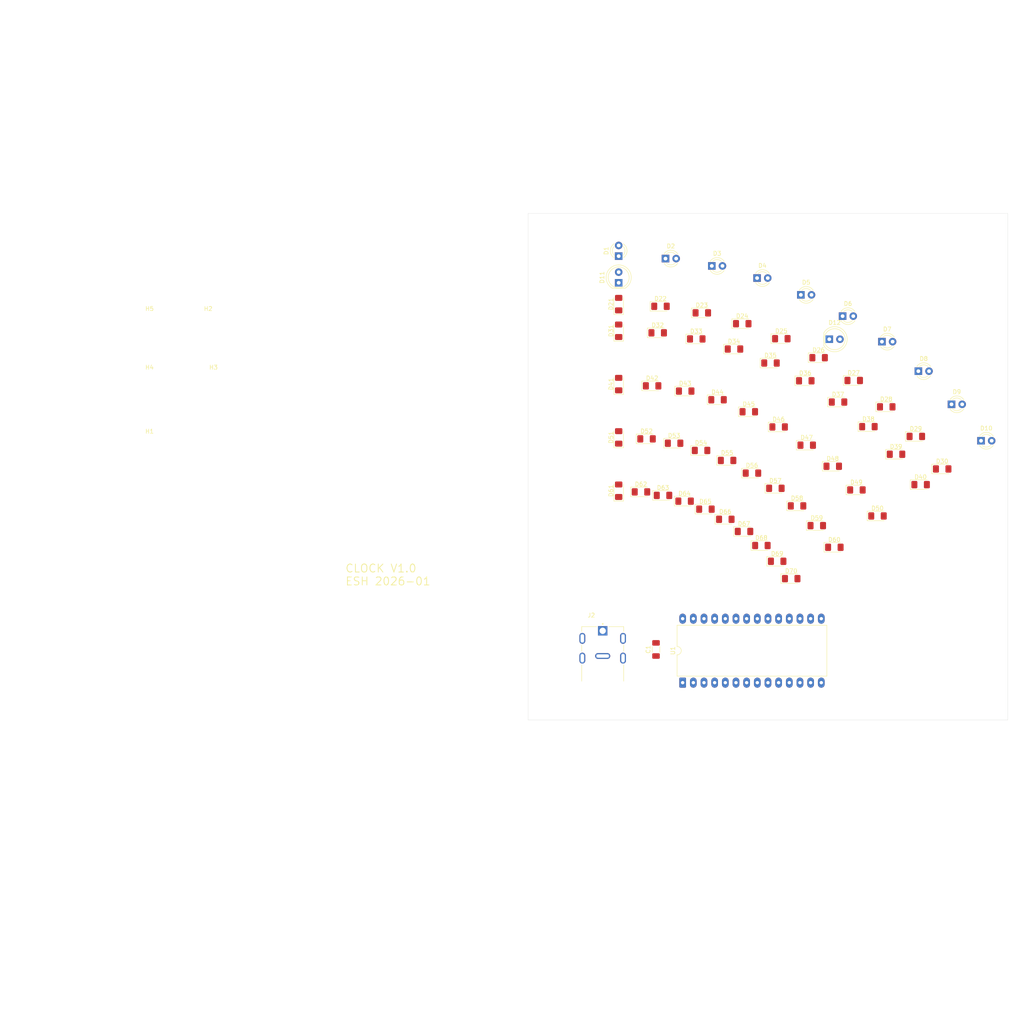
<source format=kicad_pcb>
(kicad_pcb (version 20241229) (generator "pcbnew") (generator_version "9.0")
  (layers (0 "F.Cu" signal) (2 "B.Cu" signal) (13 "F.Paste" user) (15 "B.Paste" user) (5 "F.SilkS" user "F.Silkscreen") (7 "B.SilkS" user "B.Silkscreen") (1 "F.Mask" user) (3 "B.Mask" user) (25 "Edge.Cuts" user))
  (net 0 "")
  (net 1 "/Sector1/Sa")
  (net 2 "/Sector1/Sb")
  (net 3 "/Sector1/Sc")
  (net 4 "/Sector1/Sd")
  (net 5 "/Sector1/Se")
  (net 6 "/Sector1/Sf")
  (net 7 "/Sector1/Sg")
  (net 8 "/Sector1/dp")
  (net 9 "GND")
  (net 10 "/Sector1/LD1")
  (net 11 "/Sector1/LD7")
  (net 12 "/Sector1/LD2")
  (net 13 "/Sector1/LD3")
  (net 14 "/Sector1/LD4")
  (net 15 "/Sector1/LD8")
  (net 16 "/Sector1/LD5")
  (net 17 "/Sector1/LD6")
  (net 18 "/D4")
  (net 19 "/D6")
  (net 20 "/D2")
  (net 21 "/D1")
  (net 22 "/D7")
  (net 23 "/D5")
  (net 24 "/D3")
  (net 25 "/D0")
  (net 26 "/~{WR0}")
  (net 27 "/MODE")
  (net 28 "+5V")
  (footprint "LED_SMD:LED_1206_3216Metric_Pad1.42x1.75mm_HandSolder" (layer "F.Cu") (at 191.141665 85.704795)
    (property "Reference" "D25" (at 0 -1.83 0) (layer "F.SilkS"))
    (property "Value" "LED")
    (pad "1" smd roundrect (at -1.4875 0) (size 1.425 1.75) (layers "F.Cu" "F.Mask" "F.Paste") (roundrect_rratio 0.175439) (net 5 "/Sector1/Se"))
    (pad "2" smd roundrect (at 1.4875 0) (size 1.425 1.75) (layers "F.Cu" "F.Mask" "F.Paste") (roundrect_rratio 0.175439) (net 12 "/Sector1/LD2"))
  )
  (footprint "MountingHole:MountingHole_4.3mm_M4" (layer "F.Cu") (at 40.64 113.03)
    (property "Reference" "H1" (at 0 -5.25 0) (layer "F.SilkS"))
    (property "Value" "MountingHole")
    (pad "" np_thru_hole circle (at 0 0) (size 4.3 4.3) (drill 4.3) (layers "*.Cu" "*.Mask"))
  )
  (footprint "LED_SMD:LED_1206_3216Metric_Pad1.42x1.75mm_HandSolder" (layer "F.Cu") (at 188.558888 91.505809)
    (property "Reference" "D35" (at 0 -1.83 0) (layer "F.SilkS"))
    (property "Value" "LED")
    (pad "1" smd roundrect (at -1.4875 0) (size 1.425 1.75) (layers "F.Cu" "F.Mask" "F.Paste") (roundrect_rratio 0.175439) (net 5 "/Sector1/Se"))
    (pad "2" smd roundrect (at 1.4875 0) (size 1.425 1.75) (layers "F.Cu" "F.Mask" "F.Paste") (roundrect_rratio 0.175439) (net 13 "/Sector1/LD3"))
  )
  (footprint "LED_SMD:LED_1206_3216Metric_Pad1.42x1.75mm_HandSolder" (layer "F.Cu") (at 162.961914 123.030102)
    (property "Reference" "D63" (at 0 -1.83 0) (layer "F.SilkS"))
    (property "Value" "LED")
    (pad "1" smd roundrect (at -1.487501 0) (size 1.425 1.75) (layers "F.Cu" "F.Mask" "F.Paste") (roundrect_rratio 0.175439) (net 3 "/Sector1/Sc"))
    (pad "2" smd roundrect (at 1.487501 0) (size 1.425 1.75) (layers "F.Cu" "F.Mask" "F.Paste") (roundrect_rratio 0.175439) (net 17 "/Sector1/LD6"))
  )
  (footprint "LED_SMD:LED_1206_3216Metric_Pad1.42x1.75mm_HandSolder" (layer "F.Cu") (at 184.15 117.727387)
    (property "Reference" "D56" (at 0 -1.83 0) (layer "F.SilkS"))
    (property "Value" "LED")
    (pad "1" smd roundrect (at -1.4875 0) (size 1.425 1.75) (layers "F.Cu" "F.Mask" "F.Paste") (roundrect_rratio 0.175439) (net 6 "/Sector1/Sf"))
    (pad "2" smd roundrect (at 1.4875 0) (size 1.425 1.75) (layers "F.Cu" "F.Mask" "F.Paste") (roundrect_rratio 0.175439) (net 16 "/Sector1/LD5"))
  )
  (footprint "LED_SMD:LED_1206_3216Metric_Pad1.42x1.75mm_HandSolder" (layer "F.Cu") (at 190.151757 138.728165)
    (property "Reference" "D69" (at 0 -1.83 0) (layer "F.SilkS"))
    (property "Value" "LED")
    (pad "1" smd roundrect (at -1.4875 0) (size 1.425 1.75) (layers "F.Cu" "F.Mask" "F.Paste") (roundrect_rratio 0.175439) (net 5 "/Sector1/Se"))
    (pad "2" smd roundrect (at 1.4875 0) (size 1.425 1.75) (layers "F.Cu" "F.Mask" "F.Paste") (roundrect_rratio 0.175439) (net 15 "/Sector1/LD8"))
  )
  (footprint "MountingHole:MountingHole_4.3mm_M4" (layer "F.Cu") (at 40.64 97.79)
    (property "Reference" "H4" (at 0 -5.25 0) (layer "F.SilkS"))
    (property "Value" "MountingHole")
    (pad "" np_thru_hole circle (at 0 0) (size 4.3 4.3) (drill 4.3) (layers "*.Cu" "*.Mask"))
  )
  (footprint "LED_SMD:LED_1206_3216Metric_Pad1.42x1.75mm_HandSolder" (layer "F.Cu") (at 199.589696 130.230206)
    (property "Reference" "D59" (at 0 -1.83 0) (layer "F.SilkS"))
    (property "Value" "LED")
    (pad "1" smd roundrect (at -1.4875 0) (size 1.425 1.75) (layers "F.Cu" "F.Mask" "F.Paste") (roundrect_rratio 0.175439) (net 3 "/Sector1/Sc"))
    (pad "2" smd roundrect (at 1.4875 0) (size 1.425 1.75) (layers "F.Cu" "F.Mask" "F.Paste") (roundrect_rratio 0.175439) (net 15 "/Sector1/LD8"))
  )
  (footprint "LED_SMD:LED_1206_3216Metric_Pad1.42x1.75mm_HandSolder" (layer "F.Cu") (at 152.4 77.47 90)
    (property "Reference" "D21" (at 0 -1.83 90) (layer "F.SilkS"))
    (property "Value" "LED")
    (pad "1" smd roundrect (at -1.4875 0 90) (size 1.425 1.75) (layers "F.Cu" "F.Mask" "F.Paste") (roundrect_rratio 0.175439) (net 1 "/Sector1/Sa"))
    (pad "2" smd roundrect (at 1.4875 0 90) (size 1.425 1.75) (layers "F.Cu" "F.Mask" "F.Paste") (roundrect_rratio 0.175439) (net 12 "/Sector1/LD2"))
  )
  (footprint "LED_SMD:LED_1206_3216Metric_Pad1.42x1.75mm_HandSolder" (layer "F.Cu") (at 170.883349 85.762678)
    (property "Reference" "D33" (at 0 -1.83 0) (layer "F.SilkS"))
    (property "Value" "LED")
    (pad "1" smd roundrect (at -1.487501 0) (size 1.425 1.75) (layers "F.Cu" "F.Mask" "F.Paste") (roundrect_rratio 0.175439) (net 3 "/Sector1/Sc"))
    (pad "2" smd roundrect (at 1.487501 0) (size 1.425 1.75) (layers "F.Cu" "F.Mask" "F.Paste") (roundrect_rratio 0.175439) (net 13 "/Sector1/LD3"))
  )
  (footprint "LED_SMD:LED_1206_3216Metric_Pad1.42x1.75mm_HandSolder" (layer "F.Cu") (at 193.498063 142.860509)
    (property "Reference" "D70" (at 0 -1.83 0) (layer "F.SilkS"))
    (property "Value" "LED")
    (pad "1" smd roundrect (at -1.4875 0) (size 1.425 1.75) (layers "F.Cu" "F.Mask" "F.Paste") (roundrect_rratio 0.175439) (net 6 "/Sector1/Sf"))
    (pad "2" smd roundrect (at 1.4875 0) (size 1.425 1.75) (layers "F.Cu" "F.Mask" "F.Paste") (roundrect_rratio 0.175439) (net 15 "/Sector1/LD8"))
  )
  (footprint "MountingHole:MountingHole_4.3mm_M4" (layer "F.Cu") (at 40.64 83.82)
    (property "Reference" "H5" (at 0 -5.25 0) (layer "F.SilkS"))
    (property "Value" "MountingHole")
    (pad "" np_thru_hole circle (at 0 0) (size 4.3 4.3) (drill 4.3) (layers "*.Cu" "*.Mask"))
  )
  (footprint "LED_SMD:LED_1206_3216Metric_Pad1.42x1.75mm_HandSolder" (layer "F.Cu") (at 152.4 121.92 90)
    (property "Reference" "D61" (at 0 -1.83 90) (layer "F.SilkS"))
    (property "Value" "LED")
    (pad "1" smd roundrect (at -1.4875 0 90) (size 1.425 1.75) (layers "F.Cu" "F.Mask" "F.Paste") (roundrect_rratio 0.175439) (net 1 "/Sector1/Sa"))
    (pad "2" smd roundrect (at 1.4875 0 90) (size 1.425 1.75) (layers "F.Cu" "F.Mask" "F.Paste") (roundrect_rratio 0.175439) (net 17 "/Sector1/LD6"))
  )
  (footprint "LED_THT:LED_D3.0mm" (layer "F.Cu") (at 238.705933 110.015069)
    (property "Reference" "D10" (at 1.27 -2.96 0) (layer "F.SilkS"))
    (property "Value" "LED")
    (pad "1" thru_hole rect (at 0 0) (size 1.8 1.8) (drill 0.9) (layers "*.Cu" "*.Mask") (net 3 "/Sector1/Sc"))
    (pad "2" thru_hole circle (at 2.54 0) (size 1.8 1.8) (drill 0.9) (layers "*.Cu" "*.Mask") (net 11 "/Sector1/LD7"))
  )
  (footprint "LED_SMD:LED_1206_3216Metric_Pad1.42x1.75mm_HandSolder" (layer "F.Cu") (at 224.321611 120.465891)
    (property "Reference" "D40" (at 0 -1.83 0) (layer "F.SilkS"))
    (property "Value" "LED")
    (pad "1" smd roundrect (at -1.4875 0) (size 1.425 1.75) (layers "F.Cu" "F.Mask" "F.Paste") (roundrect_rratio 0.175439) (net 8 "/Sector1/dp"))
    (pad "2" smd roundrect (at 1.4875 0) (size 1.425 1.75) (layers "F.Cu" "F.Mask" "F.Paste") (roundrect_rratio 0.175439) (net 11 "/Sector1/LD7"))
  )
  (footprint "LED_SMD:LED_1206_3216Metric_Pad1.42x1.75mm_HandSolder" (layer "F.Cu") (at 152.4 83.82 90)
    (property "Reference" "D31" (at 0 -1.83 90) (layer "F.SilkS"))
    (property "Value" "LED")
    (pad "1" smd roundrect (at -1.4875 0 90) (size 1.425 1.75) (layers "F.Cu" "F.Mask" "F.Paste") (roundrect_rratio 0.175439) (net 1 "/Sector1/Sa"))
    (pad "2" smd roundrect (at 1.4875 0 90) (size 1.425 1.75) (layers "F.Cu" "F.Mask" "F.Paste") (roundrect_rratio 0.175439) (net 13 "/Sector1/LD3"))
  )
  (footprint "LED_SMD:LED_1206_3216Metric_Pad1.42x1.75mm_HandSolder" (layer "F.Cu") (at 194.889794 125.530304)
    (property "Reference" "D58" (at 0 -1.83 0) (layer "F.SilkS"))
    (property "Value" "LED")
    (pad "1" smd roundrect (at -1.4875 0) (size 1.425 1.75) (layers "F.Cu" "F.Mask" "F.Paste") (roundrect_rratio 0.175439) (net 8 "/Sector1/dp"))
    (pad "2" smd roundrect (at 1.4875 0) (size 1.425 1.75) (layers "F.Cu" "F.Mask" "F.Paste") (roundrect_rratio 0.175439) (net 16 "/Sector1/LD5"))
  )
  (footprint "LED_THT:LED_D3.0mm" (layer "F.Cu") (at 185.365933 71.261291)
    (property "Reference" "D4" (at 1.27 -2.96 0) (layer "F.SilkS"))
    (property "Value" "LED")
    (pad "1" thru_hole rect (at 0 0) (size 1.8 1.8) (drill 0.9) (layers "*.Cu" "*.Mask") (net 4 "/Sector1/Sd"))
    (pad "2" thru_hole circle (at 2.54 0) (size 1.8 1.8) (drill 0.9) (layers "*.Cu" "*.Mask") (net 10 "/Sector1/LD1"))
  )
  (footprint "LED_SMD:LED_1206_3216Metric_Pad1.42x1.75mm_HandSolder" (layer "F.Cu") (at 209.027636 121.732248)
    (property "Reference" "D49" (at 0 -1.83 0) (layer "F.SilkS"))
    (property "Value" "LED")
    (pad "1" smd roundrect (at -1.4875 0) (size 1.425 1.75) (layers "F.Cu" "F.Mask" "F.Paste") (roundrect_rratio 0.175439) (net 1 "/Sector1/Sa"))
    (pad "2" smd roundrect (at 1.4875 0) (size 1.425 1.75) (layers "F.Cu" "F.Mask" "F.Paste") (roundrect_rratio 0.175439) (net 15 "/Sector1/LD8"))
  )
  (footprint "MountingHole:MountingHole_4.3mm_M4" (layer "F.Cu") (at 55.88 97.79)
    (property "Reference" "H3" (at 0 -5.25 0) (layer "F.SilkS"))
    (property "Value" "MountingHole")
    (pad "" np_thru_hole circle (at 0 0) (size 4.3 4.3) (drill 4.3) (layers "*.Cu" "*.Mask"))
  )
  (footprint "LED_SMD:LED_1206_3216Metric_Pad1.42x1.75mm_HandSolder" (layer "F.Cu") (at 200.025 90.23108)
    (property "Reference" "D26" (at 0 -1.83 0) (layer "F.SilkS"))
    (property "Value" "LED")
    (pad "1" smd roundrect (at -1.4875 0) (size 1.425 1.75) (layers "F.Cu" "F.Mask" "F.Paste") (roundrect_rratio 0.175439) (net 6 "/Sector1/Sf"))
    (pad "2" smd roundrect (at 1.4875 0) (size 1.425 1.75) (layers "F.Cu" "F.Mask" "F.Paste") (roundrect_rratio 0.175439) (net 12 "/Sector1/LD2"))
  )
  (footprint "LED_SMD:LED_1206_3216Metric_Pad1.42x1.75mm_HandSolder" (layer "F.Cu") (at 186.391835 134.968243)
    (property "Reference" "D68" (at 0 -1.83 0) (layer "F.SilkS"))
    (property "Value" "LED")
    (pad "1" smd roundrect (at -1.4875 0) (size 1.425 1.75) (layers "F.Cu" "F.Mask" "F.Paste") (roundrect_rratio 0.175439) (net 8 "/Sector1/dp"))
    (pad "2" smd roundrect (at 1.4875 0) (size 1.425 1.75) (layers "F.Cu" "F.Mask" "F.Paste") (roundrect_rratio 0.175439) (net 17 "/Sector1/LD6"))
  )
  (footprint "MountingHole:MountingHole_4.3mm_M4" (layer "F.Cu") (at 54.61 83.82)
    (property "Reference" "H2" (at 0 -5.25 0) (layer "F.SilkS"))
    (property "Value" "MountingHole")
    (pad "" np_thru_hole circle (at 0 0) (size 4.3 4.3) (drill 4.3) (layers "*.Cu" "*.Mask"))
  )
  (footprint "LED_SMD:LED_1206_3216Metric_Pad1.42x1.75mm_HandSolder" (layer "F.Cu") (at 152.4 109.22 90)
    (property "Reference" "D51" (at 0 -1.83 90) (layer "F.SilkS"))
    (property "Value" "LED")
    (pad "1" smd roundrect (at -1.4875 0 90) (size 1.425 1.75) (layers "F.Cu" "F.Mask" "F.Paste") (roundrect_rratio 0.175439) (net 1 "/Sector1/Sa"))
    (pad "2" smd roundrect (at 1.4875 0 90) (size 1.425 1.75) (layers "F.Cu" "F.Mask" "F.Paste") (roundrect_rratio 0.175439) (net 16 "/Sector1/LD5"))
  )
  (footprint "LED_SMD:LED_1206_3216Metric_Pad1.42x1.75mm_HandSolder" (layer "F.Cu") (at 177.8 128.725909)
    (property "Reference" "D66" (at 0 -1.83 0) (layer "F.SilkS"))
    (property "Value" "LED")
    (pad "1" smd roundrect (at -1.4875 0) (size 1.425 1.75) (layers "F.Cu" "F.Mask" "F.Paste") (roundrect_rratio 0.175439) (net 6 "/Sector1/Sf"))
    (pad "2" smd roundrect (at 1.4875 0) (size 1.425 1.75) (layers "F.Cu" "F.Mask" "F.Paste") (roundrect_rratio 0.175439) (net 17 "/Sector1/LD6"))
  )
  (footprint "LED_SMD:LED_1206_3216Metric_Pad1.42x1.75mm_HandSolder" (layer "F.Cu") (at 157.710046 122.198288)
    (property "Reference" "D62" (at 0 -1.83 0) (layer "F.SilkS"))
    (property "Value" "LED")
    (pad "1" smd roundrect (at -1.4875 0) (size 1.425 1.75) (layers "F.Cu" "F.Mask" "F.Paste") (roundrect_rratio 0.175439) (net 2 "/Sector1/Sb"))
    (pad "2" smd roundrect (at 1.4875 0) (size 1.425 1.75) (layers "F.Cu" "F.Mask" "F.Paste") (roundrect_rratio 0.175439) (net 17 "/Sector1/LD6"))
  )
  (footprint "LED_SMD:LED_1206_3216Metric_Pad1.42x1.75mm_HandSolder" (layer "F.Cu") (at 211.885711 106.654425)
    (property "Reference" "D38" (at 0 -1.83 0) (layer "F.SilkS"))
    (property "Value" "LED")
    (pad "1" smd roundrect (at -1.4875 0) (size 1.425 1.75) (layers "F.Cu" "F.Mask" "F.Paste") (roundrect_rratio 0.175439) (net 8 "/Sector1/dp"))
    (pad "2" smd roundrect (at 1.4875 0) (size 1.425 1.75) (layers "F.Cu" "F.Mask" "F.Paste") (roundrect_rratio 0.175439) (net 13 "/Sector1/LD3"))
  )
  (footprint "LED_SMD:LED_1206_3216Metric_Pad1.42x1.75mm_HandSolder" (layer "F.Cu") (at 196.85 95.730342)
    (property "Reference" "D36" (at 0 -1.83 0) (layer "F.SilkS"))
    (property "Value" "LED")
    (pad "1" smd roundrect (at -1.4875 0) (size 1.425 1.75) (layers "F.Cu" "F.Mask" "F.Paste") (roundrect_rratio 0.175439) (net 6 "/Sector1/Sf"))
    (pad "2" smd roundrect (at 1.4875 0) (size 1.425 1.75) (layers "F.Cu" "F.Mask" "F.Paste") (roundrect_rratio 0.175439) (net 13 "/Sector1/LD3"))
  )
  (footprint "LED_THT:LED_D3.0mm" (layer "F.Cu") (at 195.790665 75.262971)
    (property "Reference" "D5" (at 1.27 -2.96 0) (layer "F.SilkS"))
    (property "Value" "LED")
    (pad "1" thru_hole rect (at 0 0) (size 1.8 1.8) (drill 0.9) (layers "*.Cu" "*.Mask") (net 5 "/Sector1/Se"))
    (pad "2" thru_hole circle (at 2.54 0) (size 1.8 1.8) (drill 0.9) (layers "*.Cu" "*.Mask") (net 10 "/Sector1/LD1"))
  )
  (footprint "LED_SMD:LED_1206_3216Metric_Pad1.42x1.75mm_HandSolder" (layer "F.Cu") (at 229.458869 116.733455)
    (property "Reference" "D30" (at 0 -1.83 0) (layer "F.SilkS"))
    (property "Value" "LED")
    (pad "1" smd roundrect (at -1.4875 0) (size 1.425 1.75) (layers "F.Cu" "F.Mask" "F.Paste") (roundrect_rratio 0.175439) (net 5 "/Sector1/Se"))
    (pad "2" smd roundrect (at 1.4875 0) (size 1.425 1.75) (layers "F.Cu" "F.Mask" "F.Paste") (roundrect_rratio 0.175439) (net 11 "/Sector1/LD7"))
  )
  (footprint "LED_SMD:LED_1206_3216Metric_Pad1.42x1.75mm_HandSolder" (layer "F.Cu") (at 173.062221 126.311891)
    (property "Reference" "D65" (at 0 -1.83 0) (layer "F.SilkS"))
    (property "Value" "LED")
    (pad "1" smd roundrect (at -1.4875 0) (size 1.425 1.75) (layers "F.Cu" "F.Mask" "F.Paste") (roundrect_rratio 0.175439) (net 5 "/Sector1/Se"))
    (pad "2" smd roundrect (at 1.4875 0) (size 1.425 1.75) (layers "F.Cu" "F.Mask" "F.Paste") (roundrect_rratio 0.175439) (net 17 "/Sector1/LD6"))
  )
  (footprint "LED_SMD:LED_1206_3216Metric_Pad1.42x1.75mm_HandSolder" (layer "F.Cu") (at 203.772579 135.395636)
    (property "Reference" "D60" (at 0 -1.83 0) (layer "F.SilkS"))
    (property "Value" "LED")
    (pad "1" smd roundrect (at -1.4875 0) (size 1.425 1.75) (layers "F.Cu" "F.Mask" "F.Paste") (roundrect_rratio 0.175439) (net 4 "/Sector1/Sd"))
    (pad "2" smd roundrect (at 1.4875 0) (size 1.425 1.75) (layers "F.Cu" "F.Mask" "F.Paste") (roundrect_rratio 0.175439) (net 15 "/Sector1/LD8"))
  )
  (footprint "LED_SMD:LED_1206_3216Metric_Pad1.42x1.75mm_HandSolder" (layer "F.Cu") (at 172.022579 112.327911)
    (property "Reference" "D54" (at 0 -1.83 0) (layer "F.SilkS"))
    (property "Value" "LED")
    (pad "1" smd roundrect (at -1.4875 0) (size 1.425 1.75) (layers "F.Cu" "F.Mask" "F.Paste") (roundrect_rratio 0.175439) (net 4 "/Sector1/Sd"))
    (pad "2" smd roundrect (at 1.4875 0) (size 1.425 1.75) (layers "F.Cu" "F.Mask" "F.Paste") (roundrect_rratio 0.175439) (net 16 "/Sector1/LD5"))
  )
  (footprint "LED_SMD:LED_1206_3216Metric_Pad1.42x1.75mm_HandSolder" (layer "F.Cu") (at 190.5 106.728864)
    (property "Reference" "D46" (at 0 -1.83 0) (layer "F.SilkS"))
    (property "Value" "LED")
    (pad "1" smd roundrect (at -1.4875 0) (size 1.425 1.75) (layers "F.Cu" "F.Mask" "F.Paste") (roundrect_rratio 0.175439) (net 6 "/Sector1/Sf"))
    (pad "2" smd roundrect (at 1.4875 0) (size 1.425 1.75) (layers "F.Cu" "F.Mask" "F.Paste") (roundrect_rratio 0.175439) (net 14 "/Sector1/LD4"))
  )
  (footprint "LED_THT:LED_D3.0mm" (layer "F.Cu") (at 174.580019 68.371214)
    (property "Reference" "D3" (at 1.27 -2.96 0) (layer "F.SilkS"))
    (property "Value" "LED")
    (pad "1" thru_hole rect (at 0 0) (size 1.8 1.8) (drill 0.9) (layers "*.Cu" "*.Mask") (net 3 "/Sector1/Sc"))
    (pad "2" thru_hole circle (at 2.54 0) (size 1.8 1.8) (drill 0.9) (layers "*.Cu" "*.Mask") (net 10 "/Sector1/LD1"))
  )
  (footprint "LED_SMD:LED_1206_3216Metric_Pad1.42x1.75mm_HandSolder" (layer "F.Cu") (at 183.393332 103.107836)
    (property "Reference" "D45" (at 0 -1.83 0) (layer "F.SilkS"))
    (property "Value" "LED")
    (pad "1" smd roundrect (at -1.4875 0) (size 1.425 1.75) (layers "F.Cu" "F.Mask" "F.Paste") (roundrect_rratio 0.175439) (net 5 "/Sector1/Se"))
    (pad "2" smd roundrect (at 1.4875 0) (size 1.425 1.75) (layers "F.Cu" "F.Mask" "F.Paste") (roundrect_rratio 0.175439) (net 14 "/Sector1/LD4"))
  )
  (footprint "LED_SMD:LED_1206_3216Metric_Pad1.42x1.75mm_HandSolder" (layer "F.Cu") (at 179.871611 88.171076)
    (property "Reference" "D34" (at 0 -1.83 0) (layer "F.SilkS"))
    (property "Value" "LED")
    (pad "1" smd roundrect (at -1.4875 0) (size 1.425 1.75) (layers "F.Cu" "F.Mask" "F.Paste") (roundrect_rratio 0.175439) (net 4 "/Sector1/Sd"))
    (pad "2" smd roundrect (at 1.4875 0) (size 1.425 1.75) (layers "F.Cu" "F.Mask" "F.Paste") (roundrect_rratio 0.175439) (net 13 "/Sector1/LD3"))
  )
  (footprint "LED_SMD:LED_1206_3216Metric_Pad1.42x1.75mm_HandSolder" (layer "F.Cu") (at 152.4 96.52 90)
    (property "Reference" "D41" (at 0 -1.83 90) (layer "F.SilkS"))
    (property "Value" "LED")
    (pad "1" smd roundrect (at -1.4875 0 90) (size 1.425 1.75) (layers "F.Cu" "F.Mask" "F.Paste") (roundrect_rratio 0.175439) (net 1 "/Sector1/Sa"))
    (pad "2" smd roundrect (at 1.4875 0 90) (size 1.425 1.75) (layers "F.Cu" "F.Mask" "F.Paste") (roundrect_rratio 0.175439) (net 14 "/Sector1/LD4"))
  )
  (footprint "LED_SMD:LED_1206_3216Metric_Pad1.42x1.75mm_HandSolder" (layer "F.Cu") (at 168.098063 124.406329)
    (property "Reference" "D64" (at 0 -1.83 0) (layer "F.SilkS"))
    (property "Value" "LED")
    (pad "1" smd roundrect (at -1.4875 0) (size 1.425 1.75) (layers "F.Cu" "F.Mask" "F.Paste") (roundrect_rratio 0.175439) (net 4 "/Sector1/Sd"))
    (pad "2" smd roundrect (at 1.4875 0) (size 1.425 1.75) (layers "F.Cu" "F.Mask" "F.Paste") (roundrect_rratio 0.175439) (net 17 "/Sector1/LD6"))
  )
  (footprint "LED_THT:LED_D3.0mm" (layer "F.Cu") (at 163.551096 66.624404)
    (property "Reference" "D2" (at 1.27 -2.96 0) (layer "F.SilkS"))
    (property "Value" "LED")
    (pad "1" thru_hole rect (at 0 0) (size 1.8 1.8) (drill 0.9) (layers "*.Cu" "*.Mask") (net 2 "/Sector1/Sb"))
    (pad "2" thru_hole circle (at 2.54 0) (size 1.8 1.8) (drill 0.9) (layers "*.Cu" "*.Mask") (net 10 "/Sector1/LD1"))
  )
  (footprint "LED_SMD:LED_1206_3216Metric_Pad1.42x1.75mm_HandSolder" (layer "F.Cu") (at 197.189236 111.072905)
    (property "Reference" "D47" (at 0 -1.83 0) (layer "F.SilkS"))
    (property "Value" "LED")
    (pad "1" smd roundrect (at -1.4875 0) (size 1.425 1.75) (layers "F.Cu" "F.Mask" "F.Paste") (roundrect_rratio 0.175439) (net 7 "/Sector1/Sg"))
    (pad "2" smd roundrect (at 1.4875 0) (size 1.425 1.75) (layers "F.Cu" "F.Mask" "F.Paste") (roundrect_rratio 0.175439) (net 14 "/Sector1/LD4"))
  )
  (footprint "LED_SMD:LED_1206_3216Metric_Pad1.42x1.75mm_HandSolder" (layer "F.Cu") (at 223.184545 108.98531)
    (property "Reference" "D29" (at 0 -1.83 0) (layer "F.SilkS"))
    (property "Value" "LED")
    (pad "1" smd roundrect (at -1.4875 0) (size 1.425 1.75) (layers "F.Cu" "F.Mask" "F.Paste") (roundrect_rratio 0.175439) (net 4 "/Sector1/Sd"))
    (pad "2" smd roundrect (at 1.4875 0) (size 1.425 1.75) (layers "F.Cu" "F.Mask" "F.Paste") (roundrect_rratio 0.175439) (net 11 "/Sector1/LD7"))
  )
  (footprint "LED_SMD:LED_1206_3216Metric_Pad1.42x1.75mm_HandSolder" (layer "F.Cu") (at 160.365069 96.937432)
    (property "Reference" "D42" (at 0 -1.83 0) (layer "F.SilkS"))
    (property "Value" "LED")
    (pad "1" smd roundrect (at -1.4875 0) (size 1.425 1.75) (layers "F.Cu" "F.Mask" "F.Paste") (roundrect_rratio 0.175439) (net 2 "/Sector1/Sb"))
    (pad "2" smd roundrect (at 1.4875 0) (size 1.425 1.75) (layers "F.Cu" "F.Mask" "F.Paste") (roundrect_rratio 0.175439) (net 14 "/Sector1/LD4"))
  )
  (footprint "LED_SMD:LED_1206_3216Metric_Pad1.42x1.75mm_HandSolder" (layer "F.Cu") (at 208.386545 95.661131)
    (property "Reference" "D27" (at 0 -1.83 0) (layer "F.SilkS"))
    (property "Value" "LED")
    (pad "1" smd roundrect (at -1.4875 0) (size 1.425 1.75) (layers "F.Cu" "F.Mask" "F.Paste") (roundrect_rratio 0.175439) (net 7 "/Sector1/Sg"))
    (pad "2" smd roundrect (at 1.4875 0) (size 1.425 1.75) (layers "F.Cu" "F.Mask" "F.Paste") (roundrect_rratio 0.175439) (net 12 "/Sector1/LD2"))
  )
  (footprint "LED_SMD:LED_1206_3216Metric_Pad1.42x1.75mm_HandSolder" (layer "F.Cu") (at 175.947095 100.249493)
    (property "Reference" "D44" (at 0 -1.83 0) (layer "F.SilkS"))
    (property "Value" "LED")
    (pad "1" smd roundrect (at -1.4875 0) (size 1.425 1.75) (layers "F.Cu" "F.Mask" "F.Paste") (roundrect_rratio 0.175439) (net 4 "/Sector1/Sd"))
    (pad "2" smd roundrect (at 1.4875 0) (size 1.425 1.75) (layers "F.Cu" "F.Mask" "F.Paste") (roundrect_rratio 0.175439) (net 14 "/Sector1/LD4"))
  )
  (footprint "LED_SMD:LED_1206_3216Metric_Pad1.42x1.75mm_HandSolder" (layer "F.Cu") (at 165.602392 110.607627)
    (property "Reference" "D53" (at 0 -1.83 0) (layer "F.SilkS"))
    (property "Value" "LED")
    (pad "1" smd roundrect (at -1.487501 0) (size 1.425 1.75) (layers "F.Cu" "F.Mask" "F.Paste") (roundrect_rratio 0.175439) (net 3 "/Sector1/Sc"))
    (pad "2" smd roundrect (at 1.487501 0) (size 1.425 1.75) (layers "F.Cu" "F.Mask" "F.Paste") (roundrect_rratio 0.175439) (net 16 "/Sector1/LD5"))
  )
  (footprint "LED_SMD:LED_1206_3216Metric_Pad1.42x1.75mm_HandSolder" (layer "F.Cu") (at 161.69258 84.307004)
    (property "Reference" "D32" (at 0 -1.83 0) (layer "F.SilkS"))
    (property "Value" "LED")
    (pad "1" smd roundrect (at -1.4875 0) (size 1.425 1.75) (layers "F.Cu" "F.Mask" "F.Paste") (roundrect_rratio 0.175439) (net 2 "/Sector1/Sb"))
    (pad "2" smd roundrect (at 1.4875 0) (size 1.425 1.75) (layers "F.Cu" "F.Mask" "F.Paste") (roundrect_rratio 0.175439) (net 13 "/Sector1/LD3"))
  )
  (footprint "LED_SMD:LED_1206_3216Metric_Pad1.42x1.75mm_HandSolder" (layer "F.Cu") (at 218.465575 113.234289)
    (property "Reference" "D39" (at 0 -1.83 0) (layer "F.SilkS"))
    (property "Value" "LED")
    (pad "1" smd roundrect (at -1.4875 0) (size 1.425 1.75) (layers "F.Cu" "F.Mask" "F.Paste") (roundrect_rratio 0.175439) (net 7 "/Sector1/Sg"))
    (pad "2" smd roundrect (at 1.4875 0) (size 1.425 1.75) (layers "F.Cu" "F.Mask" "F.Paste") (roundrect_rratio 0.175439) (net 11 "/Sector1/LD7"))
  )
  (footprint "LED_SMD:LED_1206_3216Metric_Pad1.42x1.75mm_HandSolder" (layer "F.Cu") (at 189.724364 121.347421)
    (property "Reference" "D57" (at 0 -1.83 0) (layer "F.SilkS"))
    (property "Value" "LED")
    (pad "1" smd roundrect (at -1.4875 0) (size 1.425 1.75) (layers "F.Cu" "F.Mask" "F.Paste") (roundrect_rratio 0.175439) (net 7 "/Sector1/Sg"))
    (pad "2" smd roundrect (at 1.4875 0) (size 1.425 1.75) (layers "F.Cu" "F.Mask" "F.Paste") (roundrect_rratio 0.175439) (net 16 "/Sector1/LD5"))
  )
  (footprint "LED_SMD:LED_1206_3216Metric_Pad1.42x1.75mm_HandSolder" (layer "F.Cu") (at 216.13469 101.935455)
    (property "Reference" "D28" (at 0 -1.83 0) (layer "F.SilkS"))
    (property "Value" "LED")
    (pad "1" smd roundrect (at -1.4875 0) (size 1.425 1.75) (layers "F.Cu" "F.Mask" "F.Paste") (roundrect_rratio 0.175439) (net 8 "/Sector1/dp"))
    (pad "2" smd roundrect (at 1.4875 0) (size 1.425 1.75) (layers "F.Cu" "F.Mask" "F.Paste") (roundrect_rratio 0.175439) (net 12 "/Sector1/LD2"))
  )
  (footprint "LED_SMD:LED_1206_3216Metric_Pad1.42x1.75mm_HandSolder" (layer "F.Cu") (at 203.387752 116.092364)
    (property "Reference" "D48" (at 0 -1.83 0) (layer "F.SilkS"))
    (property "Value" "LED")
    (pad "1" smd roundrect (at -1.4875 0) (size 1.425 1.75) (layers "F.Cu" "F.Mask" "F.Paste") (roundrect_rratio 0.175439) (net 8 "/Sector1/dp"))
    (pad "2" smd roundrect (at 1.4875 0) (size 1.425 1.75) (layers "F.Cu" "F.Mask" "F.Paste") (roundrect_rratio 0.175439) (net 14 "/Sector1/LD4"))
  )
  (footprint "LED_SMD:LED_1206_3216Metric_Pad1.42x1.75mm_HandSolder" (layer "F.Cu") (at 162.356336 77.991789)
    (property "Reference" "D22" (at 0 -1.83 0) (layer "F.SilkS"))
    (property "Value" "LED")
    (pad "1" smd roundrect (at -1.4875 0) (size 1.425 1.75) (layers "F.Cu" "F.Mask" "F.Paste") (roundrect_rratio 0.175439) (net 2 "/Sector1/Sb"))
    (pad "2" smd roundrect (at 1.4875 0) (size 1.425 1.75) (layers "F.Cu" "F.Mask" "F.Paste") (roundrect_rratio 0.175439) (net 12 "/Sector1/LD2"))
  )
  (footprint "LED_SMD:LED_1206_3216Metric_Pad1.42x1.75mm_HandSolder" (layer "F.Cu") (at 168.242871 98.185153)
    (property "Reference" "D43" (at 0 -1.83 0) (layer "F.SilkS"))
    (property "Value" "LED")
    (pad "1" smd roundrect (at -1.487501 0) (size 1.425 1.75) (layers "F.Cu" "F.Mask" "F.Paste") (roundrect_rratio 0.175439) (net 3 "/Sector1/Sc"))
    (pad "2" smd roundrect (at 1.487501 0) (size 1.425 1.75) (layers "F.Cu" "F.Mask" "F.Paste") (roundrect_rratio 0.175439) (net 14 "/Sector1/LD4"))
  )
  (footprint "LED_SMD:LED_1206_3216Metric_Pad1.42x1.75mm_HandSolder" (layer "F.Cu") (at 172.203589 79.551441)
    (property "Reference" "D23" (at 0 -1.83 0) (layer "F.SilkS"))
    (property "Value" "LED")
    (pad "1" smd roundrect (at -1.487501 0) (size 1.425 1.75) (layers "F.Cu" "F.Mask" "F.Paste") (roundrect_rratio 0.175439) (net 3 "/Sector1/Sc"))
    (pad "2" smd roundrect (at 1.487501 0) (size 1.425 1.75) (layers "F.Cu" "F.Mask" "F.Paste") (roundrect_rratio 0.175439) (net 12 "/Sector1/LD2"))
  )
  (footprint "LED_SMD:LED_1206_3216Metric_Pad1.42x1.75mm_HandSolder" (layer "F.Cu") (at 182.259491 131.621937)
    (property "Reference" "D67" (at 0 -1.83 0) (layer "F.SilkS"))
    (property "Value" "LED")
    (pad "1" smd roundrect (at -1.4875 0) (size 1.425 1.75) (layers "F.Cu" "F.Mask" "F.Paste") (roundrect_rratio 0.175439) (net 7 "/Sector1/Sg"))
    (pad "2" smd roundrect (at 1.4875 0) (size 1.425 1.75) (layers "F.Cu" "F.Mask" "F.Paste") (roundrect_rratio 0.175439) (net 17 "/Sector1/LD6"))
  )
  (footprint "my_BJack:SAMESKY_PJ-082BH" (layer "F.Cu") (at 148.59 164.54)
    (property "Reference" "J2" (at -2.7 -12.945 0) (layer "F.SilkS"))
    (property "Value" "PJ-082BH")
    (pad "" np_thru_hole circle (at 0 0) (size 1.6 1.6) (drill 1.6) (layers "*.Cu" "*.Mask"))
    (pad "1" thru_hole rect (at 0 -9.25) (size 2.25 2.25) (drill 1.5) (layers "*.Cu" "*.Mask") (net 28 "+5V"))
    (pad "2" thru_hole oval (at 0 -3.25) (size 3.6 1.4) (drill oval 3 0.8) (layers "*.Cu" "*.Mask") (net 9 "GND"))
    (pad "SH1" thru_hole oval (at -4.85 -2.75) (size 1.4 2.6) (drill oval 0.8 2) (layers "*.Cu" "*.Mask") (net 9 "GND"))
    (pad "SH2" thru_hole oval (at 4.85 -2.75) (size 1.4 2.6) (drill oval 0.8 2) (layers "*.Cu" "*.Mask") (net 9 "GND"))
    (pad "SH3" thru_hole oval (at -4.85 -7.45) (size 1.4 2.6) (drill oval 0.8 2) (layers "*.Cu" "*.Mask") (net 9 "GND"))
    (pad "SH4" thru_hole oval (at 4.85 -7.45) (size 1.4 2.6) (drill oval 0.8 2) (layers "*.Cu" "*.Mask") (net 9 "GND"))
  )
  (footprint "LED_SMD:LED_1206_3216Metric_Pad1.42x1.75mm_HandSolder" (layer "F.Cu") (at 178.227777 114.709863)
    (property "Reference" "D55" (at 0 -1.83 0) (layer "F.SilkS"))
    (property "Value" "LED")
    (pad "1" smd roundrect (at -1.4875 0) (size 1.425 1.75) (layers "F.Cu" "F.Mask" "F.Paste") (roundrect_rratio 0.175439) (net 5 "/Sector1/Se"))
    (pad "2" smd roundrect (at 1.4875 0) (size 1.425 1.75) (layers "F.Cu" "F.Mask" "F.Paste") (roundrect_rratio 0.175439) (net 16 "/Sector1/LD5"))
  )
  (footprint "LED_THT:LED_D3.0mm" (layer "F.Cu") (at 215.104931 86.414067)
    (property "Reference" "D7" (at 1.27 -2.96 0) (layer "F.SilkS"))
    (property "Value" "LED")
    (pad "1" thru_hole rect (at 0 0) (size 1.8 1.8) (drill 0.9) (layers "*.Cu" "*.Mask") (net 7 "/Sector1/Sg"))
    (pad "2" thru_hole circle (at 2.54 0) (size 1.8 1.8) (drill 0.9) (layers "*.Cu" "*.Mask") (net 10 "/Sector1/LD1"))
  )
  (footprint "LED_THT:LED_D3.0mm" (layer "F.Cu") (at 205.74 80.33241)
    (property "Reference" "D6" (at 1.27 -2.96 0) (layer "F.SilkS"))
    (property "Value" "LED")
    (pad "1" thru_hole rect (at 0 0) (size 1.8 1.8) (drill 0.9) (layers "*.Cu" "*.Mask") (net 6 "/Sector1/Sf"))
    (pad "2" thru_hole circle (at 2.54 0) (size 1.8 1.8) (drill 0.9) (layers "*.Cu" "*.Mask") (net 10 "/Sector1/LD1"))
  )
  (footprint "LED_SMD:LED_1206_3216Metric_Pad1.42x1.75mm_HandSolder" (layer "F.Cu") (at 204.654109 100.798389)
    (property "Reference" "D37" (at 0 -1.83 0) (layer "F.SilkS"))
    (property "Value" "LED")
    (pad "1" smd roundrect (at -1.4875 0) (size 1.425 1.75) (layers "F.Cu" "F.Mask" "F.Paste") (roundrect_rratio 0.175439) (net 7 "/Sector1/Sg"))
    (pad "2" smd roundrect (at 1.4875 0) (size 1.425 1.75) (layers "F.Cu" "F.Mask" "F.Paste") (roundrect_rratio 0.175439) (net 13 "/Sector1/LD3"))
  )
  (footprint "Capacitor_SMD:C_1206_3216Metric_Pad1.33x1.80mm_HandSolder" (layer "F.Cu") (at 161.29 159.7275 90)
    (property "Reference" "C1" (at 0 -1.85 90) (layer "F.SilkS"))
    (property "Value" "0.1uF")
    (pad "1" smd roundrect (at -1.5625 0 90) (size 1.325 1.8) (layers "F.Cu" "F.Mask" "F.Paste") (roundrect_rratio 0.188679) (net 28 "+5V"))
    (pad "2" smd roundrect (at 1.5625 0 90) (size 1.325 1.8) (layers "F.Cu" "F.Mask" "F.Paste") (roundrect_rratio 0.188679) (net 9 "GND"))
  )
  (footprint "LED_THT:LED_D3.0mm" (layer "F.Cu") (at 231.67869 101.337147)
    (property "Reference" "D9" (at 1.27 -2.960001 0) (layer "F.SilkS"))
    (property "Value" "LED")
    (pad "1" thru_hole rect (at 0 0) (size 1.8 1.8) (drill 0.9) (layers "*.Cu" "*.Mask") (net 2 "/Sector1/Sb"))
    (pad "2" thru_hole circle (at 2.54 0) (size 1.8 1.8) (drill 0.9) (layers "*.Cu" "*.Mask") (net 11 "/Sector1/LD7"))
  )
  (footprint "LED_SMD:LED_1206_3216Metric_Pad1.42x1.75mm_HandSolder" (layer "F.Cu") (at 214.047095 127.930764)
    (property "Reference" "D50" (at 0 -1.83 0) (layer "F.SilkS"))
    (property "Value" "LED")
    (pad "1" smd roundrect (at -1.4875 0) (size 1.425 1.75) (layers "F.Cu" "F.Mask" "F.Paste") (roundrect_rratio 0.175439) (net 2 "/Sector1/Sb"))
    (pad "2" smd roundrect (at 1.4875 0) (size 1.425 1.75) (layers "F.Cu" "F.Mask" "F.Paste") (roundrect_rratio 0.175439) (net 15 "/Sector1/LD8"))
  )
  (footprint "Package_DIP:DIP-28_W15.24mm_LongPads" (layer "F.Cu") (at 167.64 167.64 90)
    (property "Reference" "U1" (at 7.62 -2.33 90) (layer "F.SilkS"))
    (property "Value" "ICM7218A")
    (pad "1" thru_hole roundrect (at 0 0 90) (size 2.4 1.6) (drill 0.8) (layers "*.Cu" "*.Mask") (roundrect_rratio 0.15625) (net 3 "/Sector1/Sc"))
    (pad "2" thru_hole oval (at 0 2.54 90) (size 2.4 1.6) (drill 0.8) (layers "*.Cu" "*.Mask") (net 5 "/Sector1/Se"))
    (pad "3" thru_hole oval (at 0 5.08 90) (size 2.4 1.6) (drill 0.8) (layers "*.Cu" "*.Mask") (net 2 "/Sector1/Sb"))
    (pad "4" thru_hole oval (at 0 7.62 90) (size 2.4 1.6) (drill 0.8) (layers "*.Cu" "*.Mask") (net 8 "/Sector1/dp"))
    (pad "5" thru_hole oval (at 0 10.16 90) (size 2.4 1.6) (drill 0.8) (layers "*.Cu" "*.Mask") (net 19 "/D6"))
    (pad "6" thru_hole oval (at 0 12.7 90) (size 2.4 1.6) (drill 0.8) (layers "*.Cu" "*.Mask") (net 23 "/D5"))
    (pad "7" thru_hole oval (at 0 15.24 90) (size 2.4 1.6) (drill 0.8) (layers "*.Cu" "*.Mask") (net 22 "/D7"))
    (pad "8" thru_hole oval (at 0 17.78 90) (size 2.4 1.6) (drill 0.8) (layers "*.Cu" "*.Mask") (net 26 "/~{WR0}"))
    (pad "9" thru_hole oval (at 0 20.32 90) (size 2.4 1.6) (drill 0.8) (layers "*.Cu" "*.Mask") (net 27 "/MODE"))
    (pad "10" thru_hole oval (at 0 22.86 90) (size 2.4 1.6) (drill 0.8) (layers "*.Cu" "*.Mask") (net 18 "/D4"))
    (pad "11" thru_hole oval (at 0 25.4 90) (size 2.4 1.6) (drill 0.8) (layers "*.Cu" "*.Mask") (net 21 "/D1"))
    (pad "12" thru_hole oval (at 0 27.94 90) (size 2.4 1.6) (drill 0.8) (layers "*.Cu" "*.Mask") (net 25 "/D0"))
    (pad "13" thru_hole oval (at 0 30.48 90) (size 2.4 1.6) (drill 0.8) (layers "*.Cu" "*.Mask") (net 20 "/D2"))
    (pad "14" thru_hole oval (at 0 33.02 90) (size 2.4 1.6) (drill 0.8) (layers "*.Cu" "*.Mask") (net 24 "/D3"))
    (pad "15" thru_hole oval (at 15.24 33.02 90) (size 2.4 1.6) (drill 0.8) (layers "*.Cu" "*.Mask") (net 10 "/Sector1/LD1"))
    (pad "16" thru_hole oval (at 15.24 30.48 90) (size 2.4 1.6) (drill 0.8) (layers "*.Cu" "*.Mask") (net 12 "/Sector1/LD2"))
    (pad "17" thru_hole oval (at 15.24 27.94 90) (size 2.4 1.6) (drill 0.8) (layers "*.Cu" "*.Mask") (net 16 "/Sector1/LD5"))
    (pad "18" thru_hole oval (at 15.24 25.4 90) (size 2.4 1.6) (drill 0.8) (layers "*.Cu" "*.Mask") (net 15 "/Sector1/LD8"))
    (pad "19" thru_hole oval (at 15.24 22.86 90) (size 2.4 1.6) (drill 0.8) (layers "*.Cu" "*.Mask") (net 28 "+5V"))
    (pad "20" thru_hole oval (at 15.24 20.32 90) (size 2.4 1.6) (drill 0.8) (layers "*.Cu" "*.Mask") (net 14 "/Sector1/LD4"))
    (pad "21" thru_hole oval (at 15.24 17.78 90) (size 2.4 1.6) (drill 0.8) (layers "*.Cu" "*.Mask") (net 11 "/Sector1/LD7"))
    (pad "22" thru_hole oval (at 15.24 15.24 90) (size 2.4 1.6) (drill 0.8) (layers "*.Cu" "*.Mask") (net 17 "/Sector1/LD6"))
    (pad "23" thru_hole oval (at 15.24 12.7 90) (size 2.4 1.6) (drill 0.8) (layers "*.Cu" "*.Mask") (net 13 "/Sector1/LD3"))
    (pad "24" thru_hole oval (at 15.24 10.16 90) (size 2.4 1.6) (drill 0.8) (layers "*.Cu" "*.Mask") (net 6 "/Sector1/Sf"))
    (pad "25" thru_hole oval (at 15.24 7.62 90) (size 2.4 1.6) (drill 0.8) (layers "*.Cu" "*.Mask") (net 4 "/Sector1/Sd"))
    (pad "26" thru_hole oval (at 15.24 5.08 90) (size 2.4 1.6) (drill 0.8) (layers "*.Cu" "*.Mask") (net 7 "/Sector1/Sg"))
    (pad "27" thru_hole oval (at 15.24 2.54 90) (size 2.4 1.6) (drill 0.8) (layers "*.Cu" "*.Mask") (net 1 "/Sector1/Sa"))
    (pad "28" thru_hole oval (at 15.24 0 90) (size 2.4 1.6) (drill 0.8) (layers "*.Cu" "*.Mask") (net 9 "GND"))
  )
  (footprint "LED_THT:LED_D3.0mm" (layer "F.Cu") (at 223.782853 93.44131)
    (property "Reference" "D8" (at 1.27 -2.96 0) (layer "F.SilkS"))
    (property "Value" "LED")
    (pad "1" thru_hole rect (at 0 0) (size 1.8 1.8) (drill 0.9) (layers "*.Cu" "*.Mask") (net 8 "/Sector1/dp"))
    (pad "2" thru_hole circle (at 2.54 0) (size 1.8 1.8) (drill 0.9) (layers "*.Cu" "*.Mask") (net 10 "/Sector1/LD1"))
  )
  (footprint "LED_THT:LED_D5.0mm" (layer "F.Cu") (at 152.4 72.39 90)
    (property "Reference" "D11" (at 1.27 -3.96 90) (layer "F.SilkS"))
    (property "Value" "LED")
    (pad "1" thru_hole rect (at 0 0 90) (size 1.8 1.8) (drill 0.9) (layers "*.Cu" "*.Mask") (net 1 "/Sector1/Sa"))
    (pad "2" thru_hole circle (at 2.54 0 90) (size 1.8 1.8) (drill 0.9) (layers "*.Cu" "*.Mask") (net 11 "/Sector1/LD7"))
  )
  (footprint "LED_THT:LED_D3.0mm" (layer "F.Cu") (at 152.4 66.04 90)
    (property "Reference" "D1" (at 1.27 -2.96 90) (layer "F.SilkS"))
    (property "Value" "LED")
    (pad "1" thru_hole rect (at 0 0 90) (size 1.8 1.8) (drill 0.9) (layers "*.Cu" "*.Mask") (net 1 "/Sector1/Sa"))
    (pad "2" thru_hole circle (at 2.54 0 90) (size 1.8 1.8) (drill 0.9) (layers "*.Cu" "*.Mask") (net 10 "/Sector1/LD1"))
  )
  (footprint "LED_THT:LED_D5.0mm" (layer "F.Cu") (at 202.565 85.831671)
    (property "Reference" "D12" (at 1.27 -3.96 0) (layer "F.SilkS"))
    (property "Value" "LED")
    (pad "1" thru_hole rect (at 0 0) (size 1.8 1.8) (drill 0.9) (layers "*.Cu" "*.Mask") (net 6 "/Sector1/Sf"))
    (pad "2" thru_hole circle (at 2.54 0) (size 1.8 1.8) (drill 0.9) (layers "*.Cu" "*.Mask") (net 11 "/Sector1/LD7"))
  )
  (footprint "LED_SMD:LED_1206_3216Metric_Pad1.42x1.75mm_HandSolder" (layer "F.Cu") (at 181.833869 82.131867)
    (property "Reference" "D24" (at 0 -1.83 0) (layer "F.SilkS"))
    (property "Value" "LED")
    (pad "1" smd roundrect (at -1.4875 0) (size 1.425 1.75) (layers "F.Cu" "F.Mask" "F.Paste") (roundrect_rratio 0.175439) (net 4 "/Sector1/Sd"))
    (pad "2" smd roundrect (at 1.4875 0) (size 1.425 1.75) (layers "F.Cu" "F.Mask" "F.Paste") (roundrect_rratio 0.175439) (net 12 "/Sector1/LD2"))
  )
  (footprint "LED_SMD:LED_1206_3216Metric_Pad1.42x1.75mm_HandSolder" (layer "F.Cu") (at 159.037557 109.56786)
    (property "Reference" "D52" (at 0 -1.83 0) (layer "F.SilkS"))
    (property "Value" "LED")
    (pad "1" smd roundrect (at -1.4875 0) (size 1.425 1.75) (layers "F.Cu" "F.Mask" "F.Paste") (roundrect_rratio 0.175439) (net 2 "/Sector1/Sb"))
    (pad "2" smd roundrect (at 1.4875 0) (size 1.425 1.75) (layers "F.Cu" "F.Mask" "F.Paste") (roundrect_rratio 0.175439) (net 16 "/Sector1/LD5"))
  )
  (gr_rect (start 130.81 55.88) (end 245.11 176.53) (stroke (width 0.05)) (fill no) (layer "Edge.Cuts"))
  (gr_text "CLOCK V1.0\nESH 2026-01" (at 87.2 144.6 0) (layer "F.SilkS") (effects (font (size 1.905 1.905) (thickness 0.2032)) (justify left bottom)))
)
</source>
